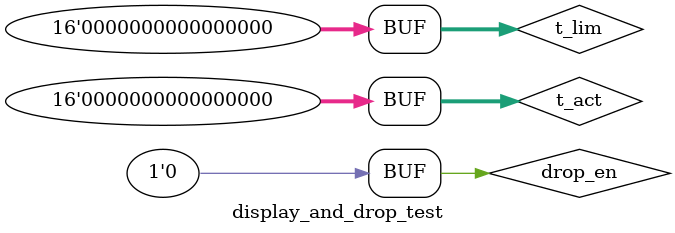
<source format=v>
`timescale 1ns / 1ps


module display_and_drop_test;

	// Inputs
	reg [15:0] t_act;
	reg [15:0] t_lim;
	reg drop_en;

	// Outputs
	wire [6:0] seven_seg1;
	wire [6:0] seven_seg2;
	wire [6:0] seven_seg3;
	wire [6:0] seven_seg4;
	wire [0:0] drop_activated;

	// Instantiate the Unit Under Test (UUT)
	display_and_drop uut (
		.seven_seg1(seven_seg1), 
		.seven_seg2(seven_seg2), 
		.seven_seg3(seven_seg3), 
		.seven_seg4(seven_seg4), 
		.drop_activated(drop_activated), 
		.t_act(t_act), 
		.t_lim(t_lim), 
		.drop_en(drop_en)
	);

	initial begin
		// Initialize Inputs
		t_act = 0;
		t_lim = 0;
		drop_en = 0;

		// Wait 100 ns for global reset to finish
		#100;
        
		// Add stimulus here

	end
      
endmodule


</source>
